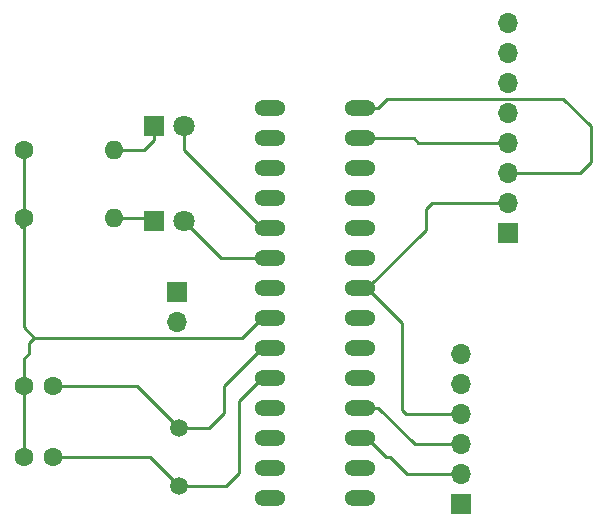
<source format=gbr>
G04 #@! TF.GenerationSoftware,KiCad,Pcbnew,(5.1.2)-1*
G04 #@! TF.CreationDate,2019-05-27T16:10:05+02:00*
G04 #@! TF.ProjectId,Dispositivo_Resp,44697370-6f73-4697-9469-766f5f526573,rev?*
G04 #@! TF.SameCoordinates,Original*
G04 #@! TF.FileFunction,Copper,L1,Top*
G04 #@! TF.FilePolarity,Positive*
%FSLAX46Y46*%
G04 Gerber Fmt 4.6, Leading zero omitted, Abs format (unit mm)*
G04 Created by KiCad (PCBNEW (5.1.2)-1) date 2019-05-27 16:10:05*
%MOMM*%
%LPD*%
G04 APERTURE LIST*
%ADD10O,1.600000X1.600000*%
%ADD11C,1.600000*%
%ADD12O,1.700000X1.700000*%
%ADD13R,1.700000X1.700000*%
%ADD14C,1.800000*%
%ADD15R,1.800000X1.800000*%
%ADD16O,2.641600X1.320800*%
%ADD17C,1.500000*%
%ADD18C,0.250000*%
G04 APERTURE END LIST*
D10*
X145620000Y-97790000D03*
D11*
X138000000Y-97790000D03*
D10*
X145620000Y-92000000D03*
D11*
X138000000Y-92000000D03*
D12*
X179000000Y-81220000D03*
X179000000Y-83760000D03*
X179000000Y-86300000D03*
X179000000Y-88840000D03*
X179000000Y-91380000D03*
X179000000Y-93920000D03*
X179000000Y-96460000D03*
D13*
X179000000Y-99000000D03*
D12*
X151000000Y-106540000D03*
D13*
X151000000Y-104000000D03*
D14*
X151540000Y-98000000D03*
D15*
X149000000Y-98000000D03*
D14*
X151540000Y-90000000D03*
D15*
X149000000Y-90000000D03*
D11*
X140500000Y-118000000D03*
X138000000Y-118000000D03*
X140500000Y-112000000D03*
X138000000Y-112000000D03*
D13*
X175000000Y-122000000D03*
D12*
X175000000Y-119460000D03*
X175000000Y-116920000D03*
X175000000Y-114380000D03*
X175000000Y-111840000D03*
X175000000Y-109300000D03*
D16*
X158800800Y-88455501D03*
X158800800Y-90995501D03*
X158800800Y-93535501D03*
X158800800Y-96075501D03*
X158800800Y-98615501D03*
X158800800Y-101155501D03*
X158800800Y-103695501D03*
X158800800Y-106235501D03*
X158800800Y-108775501D03*
X158800800Y-111315501D03*
X158800800Y-113855501D03*
X158800800Y-116395501D03*
X158800800Y-118935501D03*
X158800800Y-121475501D03*
X166420800Y-121475501D03*
X166420800Y-118935501D03*
X166420800Y-116395501D03*
X166420800Y-113855501D03*
X166420800Y-111315501D03*
X166420800Y-108775501D03*
X166420800Y-106235501D03*
X166420800Y-103695501D03*
X166420800Y-101155501D03*
X166420800Y-98615501D03*
X166420800Y-96075501D03*
X166420800Y-93535501D03*
X166420800Y-90995501D03*
X166420800Y-88455501D03*
D17*
X151130000Y-115570000D03*
X151130000Y-120470000D03*
D18*
X167081200Y-108775501D02*
X166420800Y-108775501D01*
X158140400Y-106235501D02*
X158800800Y-106235501D01*
X156425901Y-107950000D02*
X158140400Y-106235501D01*
X152420000Y-107950000D02*
X156425901Y-107950000D01*
X152380000Y-107910000D02*
X152420000Y-107950000D01*
X151130000Y-107910000D02*
X152380000Y-107910000D01*
X149880000Y-107910000D02*
X151130000Y-107910000D01*
X138890000Y-107910000D02*
X149880000Y-107910000D01*
X138430000Y-108370000D02*
X138890000Y-107910000D01*
X138430000Y-109220000D02*
X138430000Y-108370000D01*
X175000000Y-114380000D02*
X170380000Y-114380000D01*
X170380000Y-114380000D02*
X170000000Y-114000000D01*
X167081200Y-103695501D02*
X166420800Y-103695501D01*
X170000000Y-106614301D02*
X167081200Y-103695501D01*
X170000000Y-114000000D02*
X170000000Y-106614301D01*
X138000000Y-118000000D02*
X138000000Y-112000000D01*
X138000000Y-109650000D02*
X138430000Y-109220000D01*
X138000000Y-112000000D02*
X138000000Y-109650000D01*
X138430000Y-97790000D02*
X137730001Y-98489999D01*
X172580002Y-96460000D02*
X179000000Y-96460000D01*
X172020001Y-97020001D02*
X172580002Y-96460000D01*
X167081200Y-103695501D02*
X172020001Y-98756700D01*
X172020001Y-98756700D02*
X172020001Y-97020001D01*
X138890000Y-107910000D02*
X138890000Y-107890000D01*
X138000000Y-107020000D02*
X138890000Y-107910000D01*
X138000000Y-92000000D02*
X138000000Y-107020000D01*
X151130000Y-115570000D02*
X153670000Y-115570000D01*
X153670000Y-115570000D02*
X154940000Y-114300000D01*
X158140400Y-108775501D02*
X158800800Y-108775501D01*
X154940000Y-111975901D02*
X158140400Y-108775501D01*
X154940000Y-114300000D02*
X154940000Y-111975901D01*
X147560000Y-112000000D02*
X140500000Y-112000000D01*
X151130000Y-115570000D02*
X147560000Y-112000000D01*
X151130000Y-120470000D02*
X155120000Y-120470000D01*
X155120000Y-120470000D02*
X156210000Y-119380000D01*
X158140400Y-111315501D02*
X158800800Y-111315501D01*
X156210000Y-113245901D02*
X158140400Y-111315501D01*
X156210000Y-119380000D02*
X156210000Y-113245901D01*
X150950000Y-120650000D02*
X151130000Y-120470000D01*
X148660000Y-118000000D02*
X140500000Y-118000000D01*
X151130000Y-120470000D02*
X148660000Y-118000000D01*
X148830000Y-90170000D02*
X149000000Y-90000000D01*
X149000000Y-91150000D02*
X149000000Y-90000000D01*
X148150000Y-92000000D02*
X149000000Y-91150000D01*
X145620000Y-92000000D02*
X148150000Y-92000000D01*
X158140400Y-98615501D02*
X158800800Y-98615501D01*
X151540000Y-90000000D02*
X151540000Y-92015101D01*
X151540000Y-92015101D02*
X158140400Y-98615501D01*
X158140400Y-101155501D02*
X158800800Y-101155501D01*
X154695501Y-101155501D02*
X158800800Y-101155501D01*
X151540000Y-98000000D02*
X154695501Y-101155501D01*
X148790000Y-97790000D02*
X149000000Y-98000000D01*
X146050000Y-97790000D02*
X148790000Y-97790000D01*
X175000000Y-119460000D02*
X170460000Y-119460000D01*
X170460000Y-119460000D02*
X169000000Y-118000000D01*
X167081200Y-116395501D02*
X166420800Y-116395501D01*
X168685699Y-118000000D02*
X167081200Y-116395501D01*
X169000000Y-118000000D02*
X168685699Y-118000000D01*
X168015501Y-113855501D02*
X166420800Y-113855501D01*
X175000000Y-116920000D02*
X171080000Y-116920000D01*
X171080000Y-116920000D02*
X168015501Y-113855501D01*
X166865299Y-91440000D02*
X166420800Y-90995501D01*
X166420800Y-90995501D02*
X170995501Y-90995501D01*
X171380000Y-91380000D02*
X179000000Y-91380000D01*
X170995501Y-90995501D02*
X171380000Y-91380000D01*
X168782102Y-87664999D02*
X183664999Y-87664999D01*
X166420800Y-88455501D02*
X167991600Y-88455501D01*
X167991600Y-88455501D02*
X168782102Y-87664999D01*
X179000000Y-93920000D02*
X185080000Y-93920000D01*
X185080000Y-93920000D02*
X186000000Y-93000000D01*
X186000000Y-90000000D02*
X183664999Y-87664999D01*
X186000000Y-93000000D02*
X186000000Y-90000000D01*
M02*

</source>
